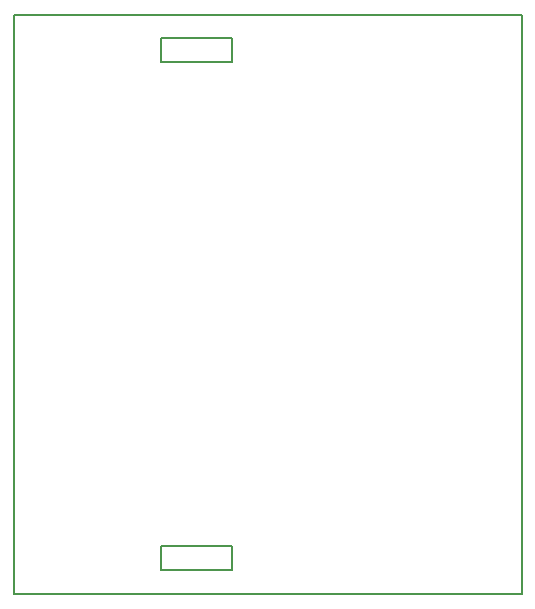
<source format=gbr>
G04 #@! TF.FileFunction,Profile,NP*
%FSLAX46Y46*%
G04 Gerber Fmt 4.6, Leading zero omitted, Abs format (unit mm)*
G04 Created by KiCad (PCBNEW 4.0.4-stable) date 12/22/16 08:09:43*
%MOMM*%
%LPD*%
G01*
G04 APERTURE LIST*
%ADD10C,0.100000*%
%ADD11C,0.150000*%
G04 APERTURE END LIST*
D10*
D11*
X167000000Y-144500000D02*
X173000000Y-144500000D01*
X167000000Y-142500000D02*
X167000000Y-144500000D01*
X173000000Y-142500000D02*
X167000000Y-142500000D01*
X173000000Y-144500000D02*
X173000000Y-142500000D01*
X167000000Y-101500000D02*
X167000000Y-99500000D01*
X173000000Y-101500000D02*
X167000000Y-101500000D01*
X173000000Y-99500000D02*
X173000000Y-101500000D01*
X167000000Y-99500000D02*
X173000000Y-99500000D01*
X197500000Y-97500000D02*
X197500000Y-146500000D01*
X154500000Y-97500000D02*
X197500000Y-97500000D01*
X154500000Y-146500000D02*
X154500000Y-97500000D01*
X197500000Y-146500000D02*
X154500000Y-146500000D01*
M02*

</source>
